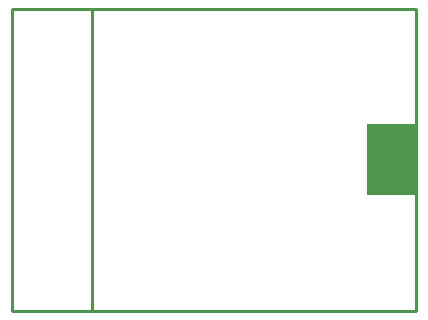
<source format=gbr>
G04 DipTrace 3.2.0.1*
G04 TopAssy.gbr*
%MOIN*%
G04 #@! TF.FileFunction,Drawing,Top*
G04 #@! TF.Part,Single*
%ADD10C,0.009843*%
%FSLAX26Y26*%
G04*
G70*
G90*
G75*
G01*
G04 TopAssy*
%LPD*%
X1699373Y1401575D2*
D10*
X352895D1*
Y393701D1*
X1699373D1*
Y1401575D1*
G36*
X1538001Y1015761D2*
X1703289D1*
Y779515D1*
X1538001D1*
Y1015761D1*
G37*
X620678Y1401575D2*
D10*
Y393701D1*
M02*

</source>
